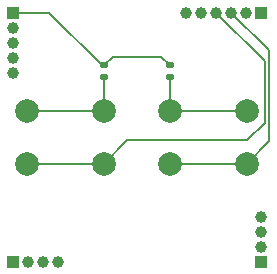
<source format=gbl>
%TF.GenerationSoftware,KiCad,Pcbnew,9.0.5-1.fc42*%
%TF.CreationDate,2025-12-03T02:48:56+01:00*%
%TF.ProjectId,Block-Switch-2H,426c6f63-6b2d-4537-9769-7463682d3248,1*%
%TF.SameCoordinates,Original*%
%TF.FileFunction,Copper,L2,Bot*%
%TF.FilePolarity,Positive*%
%FSLAX46Y46*%
G04 Gerber Fmt 4.6, Leading zero omitted, Abs format (unit mm)*
G04 Created by KiCad (PCBNEW 9.0.5-1.fc42) date 2025-12-03 02:48:56*
%MOMM*%
%LPD*%
G01*
G04 APERTURE LIST*
G04 Aperture macros list*
%AMRoundRect*
0 Rectangle with rounded corners*
0 $1 Rounding radius*
0 $2 $3 $4 $5 $6 $7 $8 $9 X,Y pos of 4 corners*
0 Add a 4 corners polygon primitive as box body*
4,1,4,$2,$3,$4,$5,$6,$7,$8,$9,$2,$3,0*
0 Add four circle primitives for the rounded corners*
1,1,$1+$1,$2,$3*
1,1,$1+$1,$4,$5*
1,1,$1+$1,$6,$7*
1,1,$1+$1,$8,$9*
0 Add four rect primitives between the rounded corners*
20,1,$1+$1,$2,$3,$4,$5,0*
20,1,$1+$1,$4,$5,$6,$7,0*
20,1,$1+$1,$6,$7,$8,$9,0*
20,1,$1+$1,$8,$9,$2,$3,0*%
G04 Aperture macros list end*
%TA.AperFunction,ComponentPad*%
%ADD10C,2.000000*%
%TD*%
%TA.AperFunction,ComponentPad*%
%ADD11R,1.000000X1.000000*%
%TD*%
%TA.AperFunction,ComponentPad*%
%ADD12C,1.000000*%
%TD*%
%TA.AperFunction,SMDPad,CuDef*%
%ADD13RoundRect,0.135000X-0.185000X0.135000X-0.185000X-0.135000X0.185000X-0.135000X0.185000X0.135000X0*%
%TD*%
%TA.AperFunction,Conductor*%
%ADD14C,0.200000*%
%TD*%
G04 APERTURE END LIST*
D10*
%TO.P,SW2,1,1*%
%TO.N,Net-(R2-Pad2)*%
X141847300Y-111415000D03*
X148347300Y-111415000D03*
%TO.P,SW2,2,2*%
%TO.N,/B*%
X141847300Y-115915000D03*
X148347300Y-115915000D03*
%TD*%
%TO.P,SW1,1,1*%
%TO.N,Net-(R1-Pad2)*%
X129782700Y-111415000D03*
X136282700Y-111415000D03*
%TO.P,SW1,2,2*%
%TO.N,/A*%
X129782700Y-115915000D03*
X136282700Y-115915000D03*
%TD*%
D11*
%TO.P,J4,1,Pin_1*%
%TO.N,/Typ0*%
X128525000Y-124205000D03*
D12*
%TO.P,J4,2,Pin_2*%
%TO.N,/Typ1*%
X129795000Y-124205000D03*
%TO.P,J4,3,Pin_3*%
%TO.N,/Typ2*%
X131065000Y-124205000D03*
%TO.P,J4,4,Pin_4*%
%TO.N,/Typ3*%
X132335000Y-124205000D03*
%TD*%
D13*
%TO.P,R2,1*%
%TO.N,/+3.3V Digital*%
X141847300Y-107594400D03*
%TO.P,R2,2*%
%TO.N,Net-(R2-Pad2)*%
X141847300Y-108614400D03*
%TD*%
%TO.P,R1,1*%
%TO.N,/+3.3V Digital*%
X136282700Y-107594400D03*
%TO.P,R1,2*%
%TO.N,Net-(R1-Pad2)*%
X136282700Y-108614400D03*
%TD*%
D11*
%TO.P,J2,1,Pin_1*%
%TO.N,/Addr0*%
X149605000Y-124205000D03*
D12*
%TO.P,J2,2,Pin_2*%
%TO.N,/Addr1*%
X149605000Y-122935000D03*
%TO.P,J2,3,Pin_3*%
%TO.N,/Addr2*%
X149605000Y-121665000D03*
%TO.P,J2,4,Pin_4*%
%TO.N,/Addr3*%
X149605000Y-120395000D03*
%TD*%
D11*
%TO.P,J1,1,Pin_1*%
%TO.N,/+3.3V Digital*%
X128525000Y-103125000D03*
D12*
%TO.P,J1,2,Pin_2*%
%TO.N,/AREF*%
X128525000Y-104395000D03*
%TO.P,J1,3,Pin_3*%
%TO.N,GND*%
X128525000Y-105665000D03*
%TO.P,J1,4,Pin_4*%
%TO.N,/SlotBus.Data*%
X128525000Y-106935000D03*
%TO.P,J1,5,Pin_5*%
%TO.N,/SlotBus.Clock*%
X128525000Y-108205000D03*
%TD*%
D11*
%TO.P,J3,1,Pin_1*%
%TO.N,/LED*%
X149605000Y-103125000D03*
D12*
%TO.P,J3,2,Pin_2*%
%TO.N,/C*%
X148335000Y-103125000D03*
%TO.P,J3,3,Pin_3*%
%TO.N,/B*%
X147065000Y-103125000D03*
%TO.P,J3,4,Pin_4*%
%TO.N,/A*%
X145795000Y-103125000D03*
%TO.P,J3,5,Pin_5*%
%TO.N,/A1*%
X144525000Y-103125000D03*
%TO.P,J3,6,Pin_6*%
%TO.N,/A0*%
X143255000Y-103125000D03*
%TD*%
D14*
%TO.N,/+3.3V Digital*%
X141136100Y-106883200D02*
X136993900Y-106883200D01*
X136093200Y-107594400D02*
X131623800Y-103125000D01*
X136993900Y-106883200D02*
X136282700Y-107594400D01*
X136282700Y-107594400D02*
X136093200Y-107594400D01*
X141847300Y-107594400D02*
X141136100Y-106883200D01*
X131623800Y-103125000D02*
X128525000Y-103125000D01*
%TO.N,/B*%
X148347300Y-115915000D02*
X150266400Y-113995900D01*
X150266400Y-113995900D02*
X150266400Y-106326400D01*
X150266400Y-106326400D02*
X147065000Y-103125000D01*
X148347300Y-115915000D02*
X141847300Y-115915000D01*
%TO.N,/A*%
X148386800Y-113944400D02*
X149865400Y-112465800D01*
X149865400Y-112465800D02*
X149865400Y-107195400D01*
X138253300Y-113944400D02*
X148386800Y-113944400D01*
X136282700Y-115915000D02*
X138253300Y-113944400D01*
X136282700Y-115915000D02*
X129782700Y-115915000D01*
X149865400Y-107195400D02*
X145795000Y-103125000D01*
%TO.N,Net-(R1-Pad2)*%
X136282700Y-111415000D02*
X129782700Y-111415000D01*
X136282700Y-108614400D02*
X136282700Y-111415000D01*
%TO.N,Net-(R2-Pad2)*%
X141847300Y-108614400D02*
X141847300Y-111415000D01*
X148347300Y-111415000D02*
X141847300Y-111415000D01*
%TD*%
M02*

</source>
